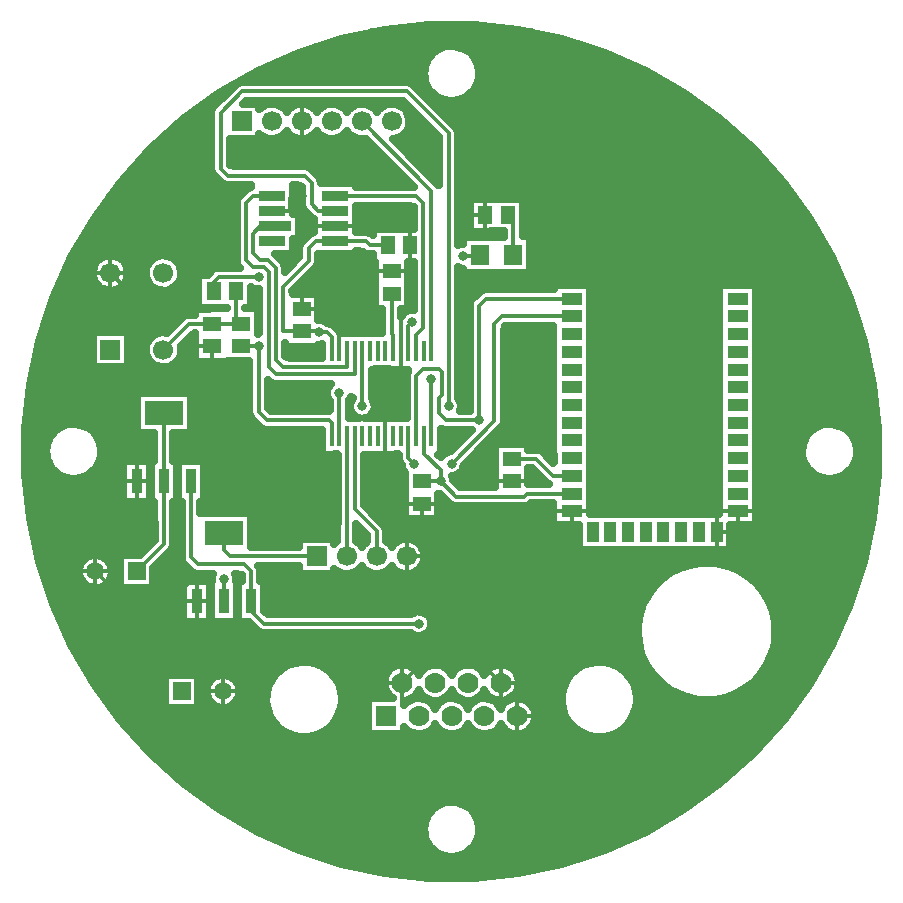
<source format=gtl>
G04 DipTrace 2.4.0.2*
%INlaunchcam.GTL*%
%MOIN*%
%ADD13C,0.0118*%
%ADD14C,0.025*%
%ADD15R,0.0512X0.0591*%
%ADD16R,0.0591X0.0512*%
%ADD17R,0.0591X0.0591*%
%ADD18C,0.0591*%
%ADD19R,0.0669X0.0669*%
%ADD20C,0.0669*%
%ADD22R,0.0886X0.0354*%
%ADD23R,0.1102X0.0354*%
%ADD24R,0.0709X0.0394*%
%ADD25R,0.0394X0.0709*%
%ADD27R,0.0374X0.0846*%
%ADD28R,0.128X0.0846*%
%ADD29C,0.07*%
%ADD30R,0.07X0.07*%
%ADD31R,0.0157X0.0709*%
%ADD32R,0.063X0.0709*%
%ADD33C,0.0315*%
%FSLAX44Y44*%
G04*
G70*
G90*
G75*
G01*
%LNTop*%
%LPD*%
X12607Y25993D2*
D13*
X12118D1*
X11877Y25752D1*
Y25111D1*
X12113Y24875D1*
X12369D1*
X12635Y24609D1*
Y21536D1*
X12871Y21300D1*
X15009D1*
Y21831D1*
X16997Y14997D2*
Y16749D1*
X16288Y17457D1*
Y18997D1*
X16997Y16749D2*
X17497D1*
X7119Y24442D2*
X8233Y23327D1*
Y21371D1*
X7997Y21135D1*
Y17497D1*
X16800Y21831D2*
Y23050D1*
X17121Y23371D1*
Y24495D1*
Y25371D1*
X8233Y21371D2*
X10246D1*
X10497Y21622D1*
Y21997D1*
X22497Y16497D2*
X27329D1*
Y15808D1*
X16497Y24495D2*
X15766D1*
X14516Y23245D1*
X14753Y23009D1*
Y21831D1*
X21264Y17497D2*
X20497D1*
X13497Y26505D2*
X12497D1*
X14607Y25993D2*
X13497D1*
Y26505D1*
X17121Y25371D2*
Y25873D1*
X17001Y25993D1*
X14607D1*
X17121Y24495D2*
X16497D1*
X16288Y18997D2*
Y19666D1*
X16800Y20178D1*
Y21831D1*
X27329Y16497D2*
X28027D1*
X21264D2*
X22497D1*
X17497Y16749D2*
X20568D1*
X20820Y16497D1*
X21264D1*
X16857Y10789D2*
X17384Y11316D1*
X19600D1*
X20127Y10789D1*
X10875Y11774D2*
X15297D1*
X16282Y10789D1*
X16857D1*
X9997Y13497D2*
Y12247D1*
X10470Y11774D1*
X10875D1*
X6619Y14497D2*
X7327Y13788D1*
X9417D1*
X9726Y14097D1*
X9997D1*
Y13497D1*
X7997Y17497D2*
Y16462D1*
X7761Y16226D1*
X6855D1*
X6619Y15989D1*
Y14497D1*
X14516Y23245D2*
X13497D1*
Y25997D2*
Y25993D1*
X14607Y26997D2*
X17318D1*
X17554Y26761D1*
Y22605D1*
X17312Y22363D1*
Y21831D1*
X15520Y20001D2*
Y21831D1*
X18394Y20001D2*
Y29099D1*
X16997Y30497D1*
X11516D1*
X10800Y29781D1*
Y27919D1*
X11036Y27683D1*
X13595D1*
X13831Y27447D1*
Y26725D1*
X14051Y26505D1*
X14607D1*
X14497Y21831D2*
Y22309D1*
X14345Y22461D1*
X14068D1*
X13997Y14997D2*
X11122D1*
X10902Y15216D1*
Y15780D1*
X17568Y18997D2*
Y18422D1*
X18127Y17863D1*
Y17497D1*
X17497D1*
X10902Y14255D2*
Y13497D1*
X12064Y24304D2*
X10741D1*
X10564Y24126D1*
Y23831D1*
X14607Y25501D2*
X15638D1*
X15768Y25371D1*
X16373D1*
X13497Y22497D2*
X12871D1*
Y23971D1*
X13733Y24833D1*
Y25264D1*
X13969Y25501D1*
X14607D1*
X14068Y22461D2*
X14032Y22497D1*
X13497D1*
X18127Y17497D2*
X18638Y16985D1*
X20918D1*
X21020Y17087D1*
X22497D1*
X11312Y23831D2*
Y22749D1*
X11489D1*
X10497Y22745D2*
X9753D1*
X8890Y21883D1*
X11489Y22749D2*
X10497Y22745D1*
X7997Y14497D2*
X8902Y15402D1*
Y17497D1*
Y19780D1*
X20497Y18245D2*
X21316D1*
X21883Y17678D1*
X22497D1*
X17407Y12752D2*
X12242D1*
X11808Y13186D1*
Y13497D1*
Y14497D1*
X11572Y14733D1*
X10044D1*
X9808Y14969D1*
Y17497D1*
X16544Y21831D2*
Y22363D1*
X16497Y22410D1*
Y23747D1*
X17056Y21831D2*
Y22681D1*
X17184Y22809D1*
X18872Y24997D2*
X19394D1*
X19446Y25048D1*
X20371Y26371D2*
X20548Y26194D1*
Y25048D1*
X15497Y29497D2*
X17823Y27170D1*
Y21831D1*
Y20913D2*
Y18997D1*
X14753Y20441D2*
Y18997D1*
X17312D2*
Y21011D1*
X17548Y21248D1*
X18058D1*
X18158Y21148D1*
Y20385D1*
X18060Y20286D1*
Y19764D1*
X18296Y19528D1*
X19410D1*
Y23347D1*
X19646Y23583D1*
X22497D1*
X14997Y14997D2*
Y15975D1*
X15009Y15987D1*
Y18997D1*
X12497Y26997D2*
X11877D1*
X11640Y26761D1*
Y24875D1*
X11877Y24638D1*
X12230D1*
X12398Y24470D1*
Y21300D1*
X12635Y21064D1*
X15264D1*
Y21831D1*
X17233Y18087D2*
X17056Y18264D1*
Y18997D1*
X18497Y18087D2*
X19921Y19512D1*
Y22757D1*
X20158Y22993D1*
X22497D1*
X15997Y14997D2*
Y15833D1*
X15264Y16566D1*
Y18997D1*
X11489Y22001D2*
X12060D1*
Y19809D1*
X12340Y19528D1*
X14403D1*
X14497Y19434D1*
Y18997D1*
D33*
X15997Y31497D3*
X14997D3*
X17497Y28497D3*
X17997Y27997D3*
X15497D3*
X13497Y28497D3*
X11997D3*
X13497Y26997D3*
Y25997D3*
X12997Y24997D3*
X13997Y28497D3*
X12997D3*
X21264Y17497D3*
Y16497D3*
X10875Y11774D3*
X13497Y26505D3*
X15520Y20001D3*
X18394D3*
X10902Y14255D3*
X18127Y17497D3*
X14068Y22461D3*
X12064Y24304D3*
X17407Y12752D3*
X17823Y20913D3*
X14753Y20441D3*
X19410Y19528D3*
X17233Y18087D3*
X18497D3*
X12060Y22001D3*
X17184Y22809D3*
X18872Y24997D3*
X15857Y32462D2*
D14*
X21135D1*
X14739Y32213D2*
X22252D1*
X13974Y31965D2*
X18189D1*
X18802D2*
X23018D1*
X13267Y31716D2*
X17803D1*
X19193D2*
X23728D1*
X12708Y31467D2*
X17639D1*
X19357D2*
X24287D1*
X12150Y31219D2*
X17568D1*
X19427D2*
X24846D1*
X11696Y30970D2*
X17568D1*
X19427D2*
X25295D1*
X17239Y30721D2*
X17639D1*
X19357D2*
X25725D1*
X10837Y30473D2*
X11025D1*
X17485D2*
X17803D1*
X19189D2*
X26158D1*
X10482Y30224D2*
X10775D1*
X17735D2*
X18197D1*
X18798D2*
X26514D1*
X10138Y29975D2*
X10529D1*
X12864D2*
X13131D1*
X13864D2*
X14131D1*
X14864D2*
X15131D1*
X15864D2*
X16131D1*
X16864D2*
X17053D1*
X17985D2*
X26853D1*
X9794Y29726D2*
X10463D1*
X17064D2*
X17303D1*
X18232D2*
X27197D1*
X9474Y29478D2*
X10463D1*
X17110D2*
X17549D1*
X18482D2*
X27518D1*
X9200Y29229D2*
X10463D1*
X17044D2*
X17799D1*
X18704D2*
X27795D1*
X8923Y28980D2*
X10463D1*
X12110D2*
X12193D1*
X12802D2*
X13189D1*
X13802D2*
X14189D1*
X14802D2*
X15189D1*
X16802D2*
X18045D1*
X18732D2*
X28072D1*
X8646Y28732D2*
X10463D1*
X11138D2*
X15795D1*
X16728D2*
X18057D1*
X18732D2*
X28346D1*
X8388Y28483D2*
X10463D1*
X11138D2*
X16045D1*
X16978D2*
X18057D1*
X18732D2*
X28607D1*
X8161Y28234D2*
X10463D1*
X11138D2*
X16291D1*
X17224D2*
X18057D1*
X18732D2*
X28830D1*
X7939Y27986D2*
X10463D1*
X13696D2*
X16541D1*
X17474D2*
X18057D1*
X18732D2*
X29057D1*
X7716Y27737D2*
X10521D1*
X14009D2*
X16791D1*
X17724D2*
X18057D1*
X18732D2*
X29279D1*
X7489Y27488D2*
X10764D1*
X14165D2*
X17037D1*
X17970D2*
X18056D1*
X18732D2*
X29502D1*
X7306Y27240D2*
X11654D1*
X13216D2*
X13494D1*
X18732D2*
X29689D1*
X7122Y26991D2*
X11404D1*
X13216D2*
X13494D1*
X18732D2*
X29869D1*
X6943Y26742D2*
X11303D1*
X13216D2*
X13494D1*
X18732D2*
X19088D1*
X20903D2*
X30049D1*
X6763Y26494D2*
X11303D1*
X13216D2*
X13596D1*
X15329D2*
X17217D1*
X18732D2*
X19088D1*
X20903D2*
X30232D1*
X6583Y26245D2*
X11303D1*
X13435D2*
X13853D1*
X15329D2*
X17217D1*
X18732D2*
X19088D1*
X20903D2*
X30412D1*
X6439Y25996D2*
X11303D1*
X13435D2*
X13885D1*
X15329D2*
X17217D1*
X18732D2*
X19088D1*
X20903D2*
X30557D1*
X6294Y25747D2*
X11303D1*
X13435D2*
X13752D1*
X18732D2*
X20213D1*
X20884D2*
X30697D1*
X6150Y25499D2*
X11303D1*
X13216D2*
X13502D1*
X18732D2*
X18854D1*
X21142D2*
X30842D1*
X6009Y25250D2*
X11303D1*
X13216D2*
X13396D1*
X21142D2*
X30986D1*
X5864Y25001D2*
X6916D1*
X7321D2*
X8685D1*
X9095D2*
X11303D1*
X12708D2*
X13396D1*
X14071D2*
X15838D1*
X21142D2*
X31131D1*
X5747Y24753D2*
X6596D1*
X7642D2*
X8365D1*
X9415D2*
X11330D1*
X12935D2*
X13185D1*
X14060D2*
X15924D1*
X17071D2*
X17217D1*
X21142D2*
X31244D1*
X5638Y24504D2*
X6510D1*
X7728D2*
X8279D1*
X9501D2*
X10475D1*
X13868D2*
X15924D1*
X17071D2*
X17217D1*
X18732D2*
X18854D1*
X21142D2*
X31357D1*
X5525Y24255D2*
X6537D1*
X7700D2*
X8307D1*
X9474D2*
X10029D1*
X13622D2*
X15924D1*
X17071D2*
X17217D1*
X18732D2*
X31467D1*
X5415Y24007D2*
X6697D1*
X7540D2*
X8471D1*
X9310D2*
X10029D1*
X13372D2*
X15924D1*
X17071D2*
X17217D1*
X18732D2*
X21865D1*
X23130D2*
X27396D1*
X28661D2*
X31576D1*
X5306Y23758D2*
X10029D1*
X11845D2*
X12060D1*
X13208D2*
X15924D1*
X17071D2*
X17217D1*
X18732D2*
X19353D1*
X23130D2*
X27396D1*
X28661D2*
X31689D1*
X5204Y23509D2*
X10029D1*
X11845D2*
X12060D1*
X14071D2*
X15924D1*
X17071D2*
X17217D1*
X18732D2*
X19119D1*
X23130D2*
X27396D1*
X28661D2*
X31787D1*
X5122Y23261D2*
X10975D1*
X11650D2*
X12060D1*
X14071D2*
X15924D1*
X17071D2*
X17217D1*
X18732D2*
X19072D1*
X23130D2*
X27396D1*
X28661D2*
X31869D1*
X5044Y23012D2*
X9568D1*
X14071D2*
X16158D1*
X18732D2*
X19072D1*
X23130D2*
X27396D1*
X28661D2*
X31951D1*
X4962Y22763D2*
X9307D1*
X14450D2*
X16158D1*
X18732D2*
X19072D1*
X23130D2*
X27396D1*
X28661D2*
X32029D1*
X4880Y22515D2*
X9057D1*
X14755D2*
X16158D1*
X18732D2*
X19072D1*
X20259D2*
X21865D1*
X23130D2*
X27396D1*
X28661D2*
X32111D1*
X4802Y22266D2*
X6506D1*
X7732D2*
X8420D1*
X9739D2*
X9924D1*
X18732D2*
X19072D1*
X20259D2*
X21865D1*
X23130D2*
X27396D1*
X28661D2*
X32193D1*
X4739Y22017D2*
X6506D1*
X7732D2*
X8295D1*
X9489D2*
X9924D1*
X18732D2*
X19072D1*
X20259D2*
X21865D1*
X23130D2*
X27396D1*
X28661D2*
X32256D1*
X4685Y21768D2*
X6506D1*
X7732D2*
X8287D1*
X9493D2*
X9924D1*
X12970D2*
X14139D1*
X18732D2*
X19072D1*
X20259D2*
X21865D1*
X23130D2*
X27396D1*
X28661D2*
X32307D1*
X4634Y21520D2*
X6506D1*
X7732D2*
X8404D1*
X9376D2*
X9924D1*
X18732D2*
X19072D1*
X20259D2*
X21865D1*
X23130D2*
X27396D1*
X28661D2*
X32361D1*
X4579Y21271D2*
X11725D1*
X18732D2*
X19072D1*
X20259D2*
X21865D1*
X23130D2*
X27396D1*
X28661D2*
X32412D1*
X4528Y21022D2*
X11725D1*
X15857D2*
X16975D1*
X18732D2*
X19072D1*
X20259D2*
X21865D1*
X23130D2*
X27396D1*
X28661D2*
X32467D1*
X4474Y20774D2*
X11725D1*
X12396D2*
X12495D1*
X15857D2*
X16975D1*
X18732D2*
X19072D1*
X20259D2*
X21865D1*
X23130D2*
X27396D1*
X28661D2*
X32518D1*
X4443Y20525D2*
X11725D1*
X12396D2*
X14326D1*
X15857D2*
X16975D1*
X18732D2*
X19072D1*
X20259D2*
X21865D1*
X23130D2*
X27396D1*
X28661D2*
X32553D1*
X4415Y20276D2*
X7986D1*
X9821D2*
X11725D1*
X12396D2*
X14350D1*
X15857D2*
X16975D1*
X18732D2*
X19072D1*
X20259D2*
X21865D1*
X23130D2*
X27396D1*
X28661D2*
X32576D1*
X4392Y20028D2*
X7986D1*
X9821D2*
X11725D1*
X12396D2*
X14416D1*
X15954D2*
X16975D1*
X18829D2*
X19072D1*
X20259D2*
X21865D1*
X23130D2*
X27396D1*
X28661D2*
X32603D1*
X4364Y19779D2*
X7986D1*
X9821D2*
X11725D1*
X15892D2*
X16975D1*
X20259D2*
X21865D1*
X23130D2*
X27396D1*
X28661D2*
X32631D1*
X4337Y19530D2*
X7986D1*
X9821D2*
X11873D1*
X20259D2*
X21865D1*
X23130D2*
X27396D1*
X28661D2*
X32654D1*
X4314Y19282D2*
X5404D1*
X6392D2*
X7986D1*
X9821D2*
X12123D1*
X20157D2*
X21865D1*
X23130D2*
X27396D1*
X28661D2*
X30603D1*
X31587D2*
X32682D1*
X4310Y19033D2*
X5135D1*
X6661D2*
X8564D1*
X9239D2*
X14139D1*
X18181D2*
X18975D1*
X19907D2*
X21865D1*
X23130D2*
X27396D1*
X28661D2*
X30330D1*
X31860D2*
X32685D1*
X4310Y18784D2*
X5006D1*
X6790D2*
X8564D1*
X9239D2*
X14139D1*
X18181D2*
X18728D1*
X19661D2*
X21865D1*
X23130D2*
X27396D1*
X28661D2*
X30201D1*
X31985D2*
X32685D1*
X4310Y18536D2*
X4959D1*
X6837D2*
X8564D1*
X9239D2*
X14139D1*
X18181D2*
X18478D1*
X19411D2*
X19924D1*
X21454D2*
X21865D1*
X23130D2*
X27396D1*
X28661D2*
X30158D1*
X32032D2*
X32685D1*
X4310Y18287D2*
X4982D1*
X6814D2*
X8564D1*
X9239D2*
X14670D1*
X15603D2*
X16721D1*
X19161D2*
X19924D1*
X21739D2*
X21862D1*
X23130D2*
X27396D1*
X28661D2*
X30182D1*
X32009D2*
X32685D1*
X4310Y18038D2*
X5084D1*
X6712D2*
X7533D1*
X10275D2*
X14670D1*
X15603D2*
X16799D1*
X18931D2*
X19924D1*
X23130D2*
X27396D1*
X28661D2*
X30279D1*
X31911D2*
X32685D1*
X4310Y17789D2*
X5295D1*
X6501D2*
X7533D1*
X10275D2*
X14670D1*
X15603D2*
X16924D1*
X18806D2*
X19924D1*
X21071D2*
X21307D1*
X23130D2*
X27396D1*
X28661D2*
X30490D1*
X31700D2*
X32685D1*
X4329Y17541D2*
X7533D1*
X10275D2*
X14670D1*
X15603D2*
X16924D1*
X18560D2*
X19924D1*
X21071D2*
X21553D1*
X23130D2*
X27396D1*
X28661D2*
X32662D1*
X4357Y17292D2*
X7533D1*
X10275D2*
X14670D1*
X15603D2*
X16924D1*
X23130D2*
X27396D1*
X28661D2*
X32639D1*
X4384Y17043D2*
X7533D1*
X10275D2*
X14670D1*
X15603D2*
X16924D1*
X23130D2*
X27396D1*
X28661D2*
X32611D1*
X4407Y16795D2*
X8564D1*
X9239D2*
X9471D1*
X10146D2*
X14670D1*
X15603D2*
X16924D1*
X18071D2*
X18361D1*
X23130D2*
X27396D1*
X28661D2*
X32584D1*
X4435Y16546D2*
X8564D1*
X9239D2*
X9471D1*
X10146D2*
X14670D1*
X15751D2*
X16924D1*
X18071D2*
X21865D1*
X23130D2*
X27396D1*
X28661D2*
X32560D1*
X4462Y16297D2*
X8564D1*
X9239D2*
X9471D1*
X11821D2*
X14670D1*
X15997D2*
X16924D1*
X18071D2*
X21865D1*
X28661D2*
X32533D1*
X4509Y16049D2*
X8564D1*
X9239D2*
X9471D1*
X11821D2*
X14670D1*
X16247D2*
X21865D1*
X28661D2*
X32482D1*
X4564Y15800D2*
X8564D1*
X9239D2*
X9471D1*
X11821D2*
X14658D1*
X15333D2*
X15564D1*
X16333D2*
X22721D1*
X27802D2*
X32432D1*
X4614Y15551D2*
X8564D1*
X9239D2*
X9471D1*
X11821D2*
X13385D1*
X15333D2*
X15658D1*
X16333D2*
X16779D1*
X17216D2*
X22721D1*
X27802D2*
X32377D1*
X4669Y15303D2*
X8338D1*
X9224D2*
X9471D1*
X17525D2*
X22721D1*
X27802D2*
X32326D1*
X4724Y15054D2*
X8088D1*
X9021D2*
X9471D1*
X17607D2*
X32271D1*
X4775Y14805D2*
X6139D1*
X7099D2*
X7424D1*
X8771D2*
X9518D1*
X17575D2*
X32217D1*
X4857Y14557D2*
X6049D1*
X7189D2*
X7424D1*
X8571D2*
X9756D1*
X12138D2*
X13385D1*
X15411D2*
X15584D1*
X16411D2*
X16584D1*
X17411D2*
X25967D1*
X28025D2*
X32139D1*
X4939Y14308D2*
X6080D1*
X7157D2*
X7424D1*
X8571D2*
X10471D1*
X11333D2*
X11469D1*
X12146D2*
X25568D1*
X28427D2*
X32057D1*
X5017Y14059D2*
X6264D1*
X6974D2*
X7424D1*
X8571D2*
X9533D1*
X12275D2*
X25295D1*
X28696D2*
X31975D1*
X5099Y13810D2*
X9533D1*
X12275D2*
X25096D1*
X28900D2*
X31896D1*
X5181Y13562D2*
X9533D1*
X12275D2*
X24943D1*
X29052D2*
X31814D1*
X5271Y13313D2*
X9533D1*
X12275D2*
X24830D1*
X29161D2*
X31725D1*
X5380Y13064D2*
X9533D1*
X12396D2*
X17115D1*
X17696D2*
X24752D1*
X29243D2*
X31611D1*
X5493Y12816D2*
X11713D1*
X17837D2*
X24701D1*
X29290D2*
X31502D1*
X5603Y12567D2*
X11959D1*
X17798D2*
X24682D1*
X29314D2*
X31393D1*
X5712Y12318D2*
X24685D1*
X29306D2*
X31279D1*
X5825Y12070D2*
X24721D1*
X29275D2*
X31170D1*
X5962Y11821D2*
X24783D1*
X29212D2*
X31029D1*
X6107Y11572D2*
X24877D1*
X29118D2*
X30889D1*
X6251Y11324D2*
X12932D1*
X14220D2*
X16553D1*
X17161D2*
X17643D1*
X18251D2*
X18732D1*
X19341D2*
X19822D1*
X20431D2*
X22771D1*
X24060D2*
X25002D1*
X28989D2*
X30744D1*
X6396Y11075D2*
X12623D1*
X14532D2*
X16303D1*
X20681D2*
X22463D1*
X24372D2*
X25174D1*
X28818D2*
X30600D1*
X6536Y10826D2*
X8924D1*
X10071D2*
X10412D1*
X11337D2*
X12443D1*
X14708D2*
X16228D1*
X20755D2*
X22287D1*
X24548D2*
X25404D1*
X28591D2*
X30455D1*
X6704Y10578D2*
X8924D1*
X10071D2*
X10307D1*
X11443D2*
X12342D1*
X14810D2*
X16268D1*
X20716D2*
X22182D1*
X24650D2*
X25721D1*
X28275D2*
X30287D1*
X6888Y10329D2*
X8924D1*
X10071D2*
X10326D1*
X11423D2*
X12299D1*
X14857D2*
X16443D1*
X17271D2*
X17533D1*
X18360D2*
X18623D1*
X19450D2*
X19713D1*
X20540D2*
X22139D1*
X24696D2*
X26228D1*
X27763D2*
X30107D1*
X7068Y10080D2*
X8924D1*
X10071D2*
X10494D1*
X11255D2*
X12303D1*
X14849D2*
X15689D1*
X17872D2*
X18029D1*
X18962D2*
X19122D1*
X20052D2*
X20209D1*
X21142D2*
X22143D1*
X24689D2*
X29928D1*
X7247Y9831D2*
X12357D1*
X14794D2*
X15689D1*
X21282D2*
X22197D1*
X24634D2*
X29744D1*
X7427Y9583D2*
X12475D1*
X14681D2*
X15689D1*
X21298D2*
X22314D1*
X24521D2*
X29564D1*
X7646Y9334D2*
X12670D1*
X14485D2*
X15689D1*
X21204D2*
X22510D1*
X24325D2*
X29350D1*
X7868Y9085D2*
X13029D1*
X14126D2*
X15689D1*
X16946D2*
X17228D1*
X17583D2*
X18322D1*
X18673D2*
X19412D1*
X19763D2*
X20502D1*
X20853D2*
X22869D1*
X23966D2*
X29123D1*
X8091Y8837D2*
X28900D1*
X8318Y8588D2*
X28678D1*
X8560Y8339D2*
X28432D1*
X8837Y8091D2*
X28158D1*
X9110Y7842D2*
X27881D1*
X9388Y7593D2*
X27603D1*
X9689Y7345D2*
X27303D1*
X10032Y7096D2*
X26963D1*
X10372Y6847D2*
X26619D1*
X10716Y6598D2*
X17885D1*
X19110D2*
X26279D1*
X11134Y6350D2*
X17678D1*
X19318D2*
X25861D1*
X11564Y6101D2*
X17580D1*
X19411D2*
X25432D1*
X11993Y5852D2*
X17560D1*
X19435D2*
X24998D1*
X12532Y5604D2*
X17607D1*
X19388D2*
X24459D1*
X13091Y5355D2*
X17736D1*
X19255D2*
X23900D1*
X13735Y5106D2*
X18018D1*
X18978D2*
X23260D1*
X14501Y4858D2*
X22494D1*
X15493Y4609D2*
X21502D1*
X17036Y4360D2*
X19955D1*
X15989Y25919D2*
X16882Y25915D1*
X16962Y25919D1*
X17242D1*
Y26632D1*
X17068Y26685D1*
X15306D1*
X15303Y26566D1*
Y26074D1*
Y25813D1*
X15638D1*
X15760Y25788D1*
X15862Y25719D1*
X15864Y25919D1*
X15989D1*
X15948Y24822D2*
X15864D1*
Y25061D1*
X15769Y25059D1*
X15650Y25082D1*
X15548Y25150D1*
X15388Y25188D1*
X15306D1*
X15303Y25070D1*
X14041D1*
X14045Y24833D1*
X14020Y24712D1*
X13954Y24613D1*
X13183Y23842D1*
X13198Y23754D1*
X14045D1*
Y22869D1*
X14132Y22867D1*
X14251Y22829D1*
X14330Y22772D1*
X14466Y22749D1*
X14565Y22682D1*
X14729Y22516D1*
X14790Y22439D1*
X14829Y22435D1*
X14846Y22439D1*
X15596Y22435D1*
X15694Y22439D1*
X16108Y22435D1*
X16187Y22439D1*
X16185Y23234D1*
X15948Y23238D1*
X15952Y24256D1*
X15948Y24336D1*
Y24822D1*
X17241D2*
X17045D1*
Y23238D1*
X16807D1*
X16809Y22977D1*
X16903Y23108D1*
X17006Y23179D1*
X17125Y23215D1*
X17245D1*
X17242Y23605D1*
Y24820D1*
X11045Y21492D2*
X10995Y21488D1*
X9948D1*
Y22435D1*
X9797Y22347D1*
X9462Y22013D1*
X9478Y21883D1*
X9465Y21758D1*
X9426Y21640D1*
X9363Y21532D1*
X9278Y21441D1*
X9176Y21369D1*
X9061Y21320D1*
X8939Y21297D1*
X8814Y21300D1*
X8693Y21329D1*
X8580Y21383D1*
X8482Y21460D1*
X8402Y21556D1*
X8344Y21666D1*
X8311Y21786D1*
X8303Y21911D1*
X8323Y22034D1*
X8367Y22151D1*
X8436Y22255D1*
X8525Y22343D1*
X8630Y22409D1*
X8747Y22453D1*
X8871Y22470D1*
X9021Y22453D1*
X9532Y22965D1*
X9635Y23034D1*
X9753Y23057D1*
X9952D1*
X9948Y23254D1*
X10999Y23258D1*
X10948Y23283D1*
X10055D1*
Y24380D1*
X10379D1*
X10521Y24525D1*
X10624Y24593D1*
X10741Y24616D1*
X11456D1*
X11420Y24654D1*
X11351Y24757D1*
X11328Y24875D1*
Y26761D1*
X11353Y26882D1*
X11420Y26981D1*
X11656Y27217D1*
X11776Y27292D1*
X11801Y27316D1*
Y27368D1*
X11036Y27371D1*
X10914Y27396D1*
X10815Y27463D1*
X10579Y27699D1*
X10511Y27802D1*
X10488Y27919D1*
Y29781D1*
X10512Y29902D1*
X10579Y30001D1*
X11295Y30717D1*
X11399Y30786D1*
X11516Y30809D1*
X16997D1*
X17118Y30784D1*
X17217Y30717D1*
X18615Y29320D1*
X18684Y29216D1*
X18707Y29099D1*
Y25369D1*
X18812Y25403D1*
X18878D1*
X18877Y25655D1*
X20014Y25651D1*
X20105Y25655D1*
X20234D1*
X20236Y25825D1*
X19257Y25822D1*
X19114D1*
Y26919D1*
X20880D1*
Y25822D1*
X20860Y25819D1*
Y25658D1*
X21116Y25655D1*
Y24440D1*
X19980Y24444D1*
X19889Y24440D1*
X18877D1*
Y24585D1*
X18768Y24600D1*
X18707Y24626D1*
Y20267D1*
X18755Y20197D1*
X18797Y20080D1*
X18805Y20001D1*
X18786Y19878D1*
X18767Y19839D1*
X19097Y19840D1*
Y23347D1*
X19122Y23469D1*
X19189Y23568D1*
X19425Y23804D1*
X19529Y23873D1*
X19646Y23896D1*
X21892D1*
X21889Y24033D1*
X23104D1*
X23100Y23133D1*
X23104Y23193D1*
X23100Y22543D1*
X23104Y22602D1*
X23100Y21952D1*
X23104Y22012D1*
X23100Y21362D1*
X23104Y21421D1*
X23100Y20771D1*
X23104Y20831D1*
X23100Y20181D1*
X23104Y20240D1*
X23100Y19590D1*
X23104Y19649D1*
X23100Y19000D1*
X23104Y19059D1*
X23100Y18409D1*
X23104Y18468D1*
X23100Y17818D1*
X23104Y17878D1*
X23100Y17228D1*
X23104Y17287D1*
X23100Y16637D1*
X23104Y16622D1*
Y16415D1*
X23645Y16411D1*
X23586Y16415D1*
X24236Y16411D1*
X24176Y16415D1*
X24826Y16411D1*
X24767Y16415D1*
X25417Y16411D1*
X25357Y16415D1*
X26007Y16411D1*
X25948Y16415D1*
X26598Y16411D1*
X26538Y16415D1*
X27188Y16411D1*
X27204Y16415D1*
X27420D1*
Y17537D1*
Y18128D1*
Y18718D1*
Y19309D1*
Y19899D1*
Y20490D1*
Y21081D1*
Y21671D1*
Y22262D1*
Y22852D1*
Y23443D1*
Y24033D1*
X28635D1*
X28631Y23133D1*
X28635Y23193D1*
X28631Y22543D1*
X28635Y22602D1*
X28631Y21952D1*
X28635Y22012D1*
X28631Y21362D1*
X28635Y21421D1*
X28631Y20771D1*
X28635Y20831D1*
X28631Y20181D1*
X28635Y20240D1*
X28631Y19590D1*
X28635Y19649D1*
X28631Y19000D1*
X28635Y19059D1*
X28631Y18409D1*
X28635Y18468D1*
X28631Y17818D1*
X28635Y17878D1*
X28631Y17228D1*
X28635Y17287D1*
X28631Y16637D1*
X28635Y16622D1*
Y16047D1*
X27779D1*
Y15200D1*
X26288Y15204D1*
X26348Y15200D1*
X25698Y15204D1*
X25757Y15200D1*
X25107Y15204D1*
X25167Y15200D1*
X24517Y15204D1*
X24576Y15200D1*
X23926Y15204D1*
X23986Y15200D1*
X23336Y15204D1*
X23395Y15200D1*
X22745D1*
Y16048D1*
X21889Y16047D1*
Y16774D1*
X21149Y16775D1*
X21061Y16707D1*
X20967Y16677D1*
X20543Y16673D1*
X18638D1*
X18517Y16697D1*
X18418Y16764D1*
X18095Y17087D1*
X18045Y17083D1*
Y16240D1*
X16948D1*
Y17788D1*
X16855Y17927D1*
X16825Y18051D1*
X16766Y18147D1*
X16744Y18264D1*
Y18386D1*
X16724Y18393D1*
X16468Y18389D1*
X15573D1*
X15577Y17997D1*
Y16696D1*
X16217Y16054D1*
X16286Y15951D1*
X16309Y15833D1*
Y15494D1*
X16425Y15399D1*
X16498Y15308D1*
X16575Y15407D1*
X16671Y15486D1*
X16782Y15544D1*
X16902Y15577D1*
X17027Y15584D1*
X17150Y15564D1*
X17266Y15519D1*
X17371Y15450D1*
X17458Y15361D1*
X17524Y15256D1*
X17567Y15138D1*
X17584Y15015D1*
X17576Y14897D1*
X17542Y14777D1*
X17483Y14667D1*
X17403Y14572D1*
X17304Y14496D1*
X17191Y14442D1*
X17070Y14414D1*
X16945Y14411D1*
X16823Y14435D1*
X16708Y14485D1*
X16606Y14557D1*
X16523Y14649D1*
X16497Y14688D1*
X16384Y14555D1*
X16282Y14483D1*
X16167Y14434D1*
X16045Y14411D1*
X15920Y14414D1*
X15799Y14443D1*
X15687Y14497D1*
X15588Y14574D1*
X15499Y14687D1*
X15384Y14555D1*
X15282Y14483D1*
X15167Y14434D1*
X15045Y14411D1*
X14920Y14414D1*
X14799Y14443D1*
X14687Y14497D1*
X14586Y14577D1*
X14584Y14409D1*
X13409D1*
Y14686D1*
X12055Y14685D1*
X12097Y14614D1*
X12120Y14497D1*
Y14173D1*
X12248D1*
Y13185D1*
X12374Y13061D1*
X14242Y13064D1*
X17136D1*
X17228Y13121D1*
X17347Y13158D1*
X17472Y13157D1*
X17590Y13119D1*
X17692Y13047D1*
X17767Y12948D1*
X17810Y12831D1*
X17817Y12752D1*
X17798Y12629D1*
X17743Y12517D1*
X17658Y12427D1*
X17549Y12366D1*
X17427Y12342D1*
X17303Y12354D1*
X17188Y12404D1*
X17144Y12442D1*
X15157Y12439D1*
X12242D1*
X12120Y12464D1*
X12021Y12531D1*
X11731Y12821D1*
X11368Y12820D1*
Y14173D1*
X11497D1*
X11496Y14368D1*
X11322Y14421D1*
X11279D1*
X11305Y14334D1*
X11313Y14255D1*
X11300Y14174D1*
X11342Y14173D1*
Y12820D1*
X10462D1*
Y14173D1*
X10497D1*
X10500Y14339D1*
X10532Y14423D1*
X10044Y14421D1*
X9922Y14445D1*
X9823Y14512D1*
X9587Y14748D1*
X9518Y14852D1*
X9496Y14969D1*
Y16817D1*
X9368Y16820D1*
Y18173D1*
X10248D1*
Y16820D1*
X10119D1*
X10120Y16454D1*
X10759Y16457D1*
X11795D1*
Y15312D1*
X12747Y15309D1*
X13407D1*
X13409Y15584D1*
X14584D1*
Y15417D1*
X14687Y15492D1*
X14685Y15990D1*
X14696Y16112D1*
Y18389D1*
X14677Y18393D1*
X14421Y18389D1*
X14165D1*
Y19214D1*
X13403Y19216D1*
X12340D1*
X12219Y19241D1*
X12119Y19307D1*
X11839Y19588D1*
X11770Y19692D1*
X11748Y19809D1*
Y21492D1*
X11041D1*
X14045Y22049D2*
Y21988D1*
X12948D1*
X12947Y22109D1*
Y21668D1*
X13121Y21612D1*
X14164D1*
X14165Y22064D1*
X14088Y22051D1*
X14045Y22056D1*
X9073Y11045D2*
X10045D1*
Y9948D1*
X8948D1*
Y11045D1*
X9073D1*
X11422Y10472D2*
X11403Y10349D1*
X11356Y10233D1*
X11284Y10131D1*
X11190Y10048D1*
X11081Y9989D1*
X10961Y9955D1*
X10836Y9950D1*
X10713Y9973D1*
X10599Y10023D1*
X10499Y10097D1*
X10419Y10192D1*
X10362Y10303D1*
X10331Y10424D1*
X10329Y10549D1*
X10355Y10671D1*
X10407Y10784D1*
X10484Y10882D1*
X10582Y10960D1*
X10694Y11014D1*
X10816Y11042D1*
X10940Y11041D1*
X11062Y11012D1*
X11173Y10957D1*
X11270Y10877D1*
X11345Y10778D1*
X11397Y10665D1*
X11421Y10542D1*
X11422Y10472D1*
X11546Y30084D2*
X12084D1*
Y29917D1*
X12236Y30024D1*
X12353Y30067D1*
X12477Y30084D1*
X12601Y30075D1*
X12721Y30040D1*
X12831Y29980D1*
X12925Y29899D1*
X12998Y29808D1*
X13075Y29907D1*
X13171Y29986D1*
X13282Y30044D1*
X13402Y30077D1*
X13527Y30084D1*
X13650Y30064D1*
X13766Y30019D1*
X13871Y29950D1*
X13958Y29861D1*
X13997Y29805D1*
X14042Y29869D1*
X14131Y29957D1*
X14236Y30024D1*
X14353Y30067D1*
X14477Y30084D1*
X14601Y30075D1*
X14721Y30040D1*
X14831Y29980D1*
X14925Y29899D1*
X14998Y29803D1*
X15042Y29869D1*
X15131Y29957D1*
X15236Y30024D1*
X15353Y30067D1*
X15477Y30084D1*
X15601Y30075D1*
X15721Y30040D1*
X15831Y29980D1*
X15925Y29899D1*
X15998Y29803D1*
X16042Y29869D1*
X16131Y29957D1*
X16236Y30024D1*
X16353Y30067D1*
X16477Y30084D1*
X16601Y30075D1*
X16721Y30040D1*
X16831Y29980D1*
X16925Y29899D1*
X17001Y29799D1*
X17053Y29686D1*
X17081Y29565D1*
X17084Y29497D1*
X17071Y29373D1*
X17032Y29254D1*
X16969Y29147D1*
X16884Y29055D1*
X16782Y28983D1*
X16667Y28934D1*
X16525Y28911D1*
X18056Y27377D1*
X18082Y27376D1*
Y28973D1*
X16867Y30185D1*
X11641D1*
X11546Y30085D1*
X12084Y29081D2*
Y28909D1*
X11112Y28906D1*
Y28050D1*
X11286Y27995D1*
X13595D1*
X13717Y27971D1*
X13816Y27904D1*
X14052Y27668D1*
X14121Y27564D1*
X14144Y27447D1*
Y27427D1*
X15303D1*
Y27306D1*
X16107Y27309D1*
X17245D1*
X15628Y28924D1*
X15545Y28911D1*
X15420Y28914D1*
X15299Y28943D1*
X15187Y28997D1*
X15088Y29074D1*
X14999Y29187D1*
X14884Y29055D1*
X14782Y28983D1*
X14667Y28934D1*
X14545Y28911D1*
X14420Y28914D1*
X14299Y28943D1*
X14187Y28997D1*
X14088Y29074D1*
X13999Y29187D1*
X13903Y29072D1*
X13804Y28996D1*
X13691Y28942D1*
X13570Y28914D1*
X13445Y28911D1*
X13323Y28935D1*
X13208Y28985D1*
X13106Y29057D1*
X13023Y29149D1*
X12997Y29188D1*
X12884Y29055D1*
X12782Y28983D1*
X12667Y28934D1*
X12545Y28911D1*
X12420Y28914D1*
X12299Y28943D1*
X12187Y28997D1*
X12086Y29077D1*
X15307Y15493D2*
X15425Y15399D1*
X15498Y15303D1*
X15542Y15369D1*
X15631Y15457D1*
X15685Y15497D1*
Y15704D1*
X15320Y16068D1*
X15319Y15969D1*
X15309Y15725D1*
Y15495D1*
X11624Y23258D2*
X12037D1*
Y22410D1*
X12086Y22425D1*
X12084Y23894D1*
X11960Y23907D1*
X11845Y23956D1*
X11819Y23979D1*
X11821Y23283D1*
X11621D1*
X21045Y17933D2*
Y17399D1*
X21743D1*
X21662Y17457D1*
X21184Y17935D1*
X21046Y17933D1*
X21041Y17736D1*
X19948Y17296D2*
Y18754D1*
X21045D1*
Y18555D1*
X21316Y18557D1*
X21437Y18532D1*
X21536Y18465D1*
X21887Y18115D1*
X21893Y18128D1*
X21889Y18718D1*
Y19309D1*
Y19899D1*
Y20490D1*
Y21081D1*
Y21671D1*
Y22262D1*
Y22680D1*
X20290Y22681D1*
X20234Y22507D1*
Y19512D1*
X20209Y19390D1*
X20142Y19291D1*
X18907Y18057D1*
X18888Y17964D1*
X18834Y17852D1*
X18748Y17762D1*
X18639Y17702D1*
X18497Y17679D1*
X18530Y17576D1*
X18534Y17529D1*
X18770Y17295D1*
X19947Y17297D1*
X6656Y22470D2*
X7707D1*
Y21295D1*
X6531D1*
Y22470D1*
X6656D1*
X9465Y24318D2*
X9426Y24199D1*
X9363Y24092D1*
X9278Y24000D1*
X9176Y23928D1*
X9061Y23879D1*
X8939Y23856D1*
X8814Y23859D1*
X8693Y23888D1*
X8580Y23942D1*
X8482Y24019D1*
X8402Y24115D1*
X8344Y24225D1*
X8311Y24346D1*
X8303Y24470D1*
X8323Y24593D1*
X8367Y24710D1*
X8436Y24814D1*
X8525Y24902D1*
X8630Y24969D1*
X8747Y25012D1*
X8871Y25029D1*
X8995Y25020D1*
X9115Y24985D1*
X9224Y24925D1*
X9319Y24844D1*
X9394Y24744D1*
X9447Y24631D1*
X9474Y24509D1*
X9478Y24442D1*
X9465Y24318D1*
X7706Y24417D2*
X7687Y24293D1*
X7643Y24177D1*
X7576Y24072D1*
X7487Y23984D1*
X7382Y23916D1*
X7265Y23872D1*
X7142Y23854D1*
X7018Y23863D1*
X6898Y23897D1*
X6788Y23956D1*
X6693Y24037D1*
X6617Y24136D1*
X6564Y24249D1*
X6535Y24370D1*
X6533Y24495D1*
X6558Y24617D1*
X6608Y24732D1*
X6680Y24833D1*
X6773Y24917D1*
X6881Y24979D1*
X7000Y25017D1*
X7124Y25029D1*
X7248Y25015D1*
X7366Y24975D1*
X7473Y24911D1*
X7564Y24825D1*
X7635Y24723D1*
X7683Y24607D1*
X7705Y24485D1*
X7706Y24417D1*
X13193Y27368D2*
X13189Y26566D1*
X13193Y26485D1*
Y26423D1*
X13411D1*
Y25563D1*
X13196D1*
X13193Y25306D1*
Y25070D1*
X12611D1*
X12855Y24830D1*
X12924Y24726D1*
X12947Y24609D1*
Y24488D1*
X13421Y24963D1*
Y25264D1*
X13445Y25386D1*
X13512Y25485D1*
X13748Y25721D1*
X13869Y25796D1*
X13911Y25813D1*
Y26227D1*
X13831Y26284D1*
X13611Y26504D1*
X13542Y26607D1*
X13519Y26725D1*
Y27314D1*
X13345Y27371D1*
X13193D1*
X9582Y14173D2*
X10437D1*
Y12820D1*
X9557D1*
Y14173D1*
X9582D1*
X20729Y10764D2*
X20711Y10641D1*
X20668Y10523D1*
X20602Y10418D1*
X20515Y10328D1*
X20412Y10258D1*
X20297Y10210D1*
X20174Y10188D1*
X20049Y10191D1*
X19928Y10220D1*
X19815Y10273D1*
X19715Y10348D1*
X19633Y10442D1*
X19582Y10530D1*
X19527Y10438D1*
X19444Y10344D1*
X19344Y10270D1*
X19231Y10218D1*
X19109Y10190D1*
X18984Y10188D1*
X18862Y10212D1*
X18747Y10260D1*
X18644Y10331D1*
X18558Y10422D1*
X18492Y10532D1*
X18437Y10438D1*
X18354Y10344D1*
X18254Y10270D1*
X18141Y10218D1*
X18019Y10190D1*
X17894Y10188D1*
X17772Y10212D1*
X17657Y10260D1*
X17554Y10331D1*
X17468Y10422D1*
X17402Y10532D1*
X17347Y10438D1*
X17264Y10344D1*
X17164Y10270D1*
X17051Y10218D1*
X16920Y10189D1*
Y10026D1*
X16985Y10100D1*
X17083Y10178D1*
X17194Y10233D1*
X17315Y10265D1*
X17440Y10271D1*
X17563Y10252D1*
X17679Y10207D1*
X17784Y10139D1*
X17873Y10052D1*
X17952Y9922D1*
X17995Y10004D1*
X18075Y10100D1*
X18173Y10178D1*
X18284Y10233D1*
X18405Y10265D1*
X18530Y10271D1*
X18653Y10252D1*
X18769Y10207D1*
X18874Y10139D1*
X18963Y10052D1*
X19042Y9922D1*
X19085Y10004D1*
X19165Y10100D1*
X19263Y10178D1*
X19374Y10233D1*
X19495Y10265D1*
X19620Y10271D1*
X19743Y10252D1*
X19859Y10207D1*
X19964Y10139D1*
X20053Y10052D1*
X20132Y9922D1*
X20175Y10004D1*
X20255Y10100D1*
X20353Y10178D1*
X20464Y10233D1*
X20585Y10265D1*
X20710Y10271D1*
X20833Y10252D1*
X20949Y10207D1*
X21054Y10139D1*
X21143Y10052D1*
X21212Y9948D1*
X21258Y9831D1*
X21279Y9708D1*
X21275Y9594D1*
X21247Y9473D1*
X21194Y9360D1*
X21120Y9260D1*
X21026Y9177D1*
X20917Y9116D1*
X20798Y9078D1*
X20674Y9066D1*
X20550Y9079D1*
X20431Y9118D1*
X20323Y9180D1*
X20230Y9264D1*
X20156Y9364D1*
X20132Y9410D1*
X20077Y9318D1*
X19994Y9224D1*
X19894Y9150D1*
X19781Y9098D1*
X19659Y9070D1*
X19534Y9068D1*
X19412Y9092D1*
X19297Y9140D1*
X19194Y9211D1*
X19108Y9302D1*
X19042Y9412D1*
X18987Y9318D1*
X18904Y9224D1*
X18804Y9150D1*
X18691Y9098D1*
X18569Y9070D1*
X18444Y9068D1*
X18322Y9092D1*
X18207Y9140D1*
X18104Y9211D1*
X18018Y9302D1*
X17952Y9412D1*
X17897Y9318D1*
X17814Y9224D1*
X17714Y9150D1*
X17601Y9098D1*
X17479Y9070D1*
X17354Y9068D1*
X17232Y9092D1*
X17117Y9140D1*
X17014Y9211D1*
X16918Y9319D1*
X16920Y9066D1*
X15714D1*
Y10272D1*
X16545Y10273D1*
X16445Y10348D1*
X16363Y10442D1*
X16303Y10551D1*
X16265Y10670D1*
X16254Y10794D1*
X16268Y10918D1*
X16307Y11037D1*
X16370Y11145D1*
X16453Y11237D1*
X16554Y11311D1*
X16668Y11362D1*
X16790Y11388D1*
X16915Y11389D1*
X17037Y11365D1*
X17151Y11315D1*
X17253Y11243D1*
X17338Y11152D1*
X17402Y11047D1*
X17445Y11124D1*
X17525Y11220D1*
X17623Y11298D1*
X17734Y11353D1*
X17855Y11385D1*
X17980Y11391D1*
X18103Y11372D1*
X18219Y11327D1*
X18324Y11259D1*
X18413Y11172D1*
X18492Y11042D1*
X18535Y11124D1*
X18615Y11220D1*
X18713Y11298D1*
X18824Y11353D1*
X18945Y11385D1*
X19070Y11391D1*
X19193Y11372D1*
X19309Y11327D1*
X19414Y11259D1*
X19503Y11172D1*
X19582Y11042D1*
X19625Y11124D1*
X19705Y11220D1*
X19803Y11298D1*
X19914Y11353D1*
X20035Y11385D1*
X20160Y11391D1*
X20283Y11372D1*
X20399Y11327D1*
X20504Y11259D1*
X20593Y11172D1*
X20662Y11067D1*
X20708Y10951D1*
X20729Y10828D1*
Y10764D1*
X14828Y10104D2*
X14779Y9860D1*
X14682Y9629D1*
X14542Y9423D1*
X14364Y9248D1*
X14155Y9112D1*
X13923Y9020D1*
X13677Y8975D1*
X13427Y8980D1*
X13184Y9034D1*
X12956Y9136D1*
X12752Y9280D1*
X12581Y9461D1*
X12449Y9673D1*
X12361Y9907D1*
X12322Y10153D1*
X12331Y10403D1*
X12390Y10645D1*
X12496Y10871D1*
X12644Y11072D1*
X12829Y11240D1*
X13043Y11368D1*
X13279Y11451D1*
X13526Y11486D1*
X13775Y11471D1*
X14016Y11407D1*
X14240Y11297D1*
X14438Y11145D1*
X14602Y10957D1*
X14726Y10740D1*
X14804Y10503D1*
X14834Y10255D1*
X14828Y10104D1*
X24668D2*
X24619Y9860D1*
X24522Y9629D1*
X24382Y9423D1*
X24204Y9248D1*
X23994Y9112D1*
X23763Y9020D1*
X23517Y8975D1*
X23267Y8980D1*
X23024Y9034D1*
X22796Y9136D1*
X22592Y9280D1*
X22421Y9461D1*
X22289Y9673D1*
X22201Y9907D1*
X22161Y10153D1*
X22171Y10403D1*
X22230Y10645D1*
X22336Y10871D1*
X22484Y11072D1*
X22669Y11240D1*
X22883Y11368D1*
X23118Y11451D1*
X23366Y11486D1*
X23615Y11471D1*
X23856Y11407D1*
X24080Y11297D1*
X24278Y11145D1*
X24442Y10957D1*
X24566Y10740D1*
X24644Y10503D1*
X24674Y10255D1*
X24668Y10104D1*
X7582Y18173D2*
X8437D1*
Y16820D1*
X7557D1*
Y18173D1*
X7582D1*
X8587D2*
X8590Y18372D1*
Y19102D1*
X8009Y19104D1*
Y20457D1*
X9795D1*
Y19104D1*
X9213D1*
X9214Y18175D1*
X9342Y18173D1*
Y16820D1*
X9213D1*
X9214Y15402D1*
X9190Y15281D1*
X9123Y15182D1*
X8546Y14604D1*
X8545Y13948D1*
X7448D1*
Y15045D1*
X8101D1*
X8591Y15532D1*
X8590Y16820D1*
X8462D1*
Y18173D1*
X8587D1*
X7167Y14472D2*
X7147Y14349D1*
X7100Y14233D1*
X7028Y14131D1*
X6934Y14048D1*
X6825Y13989D1*
X6705Y13955D1*
X6580Y13950D1*
X6458Y13973D1*
X6343Y14023D1*
X6243Y14097D1*
X6163Y14192D1*
X6106Y14303D1*
X6075Y14424D1*
X6073Y14549D1*
X6099Y14671D1*
X6152Y14784D1*
X6229Y14882D1*
X6326Y14960D1*
X6438Y15014D1*
X6560Y15042D1*
X6684Y15041D1*
X6806Y15012D1*
X6917Y14957D1*
X7014Y14877D1*
X7089Y14778D1*
X7141Y14665D1*
X7165Y14542D1*
X7167Y14472D1*
X15064Y19604D2*
X15084Y19600D1*
X15340Y19604D1*
X15413D1*
X15302Y19653D1*
X15208Y19734D1*
X15142Y19840D1*
X15112Y19961D1*
X15119Y20085D1*
X15162Y20202D1*
X15208Y20260D1*
X15144Y20317D1*
X15089Y20206D1*
X15065Y20180D1*
Y19601D1*
X15188D1*
X15313Y19604D1*
X15630D2*
X15852Y19600D1*
X15950Y19604D1*
X16364Y19600D1*
X16381Y19604D1*
X17003D1*
X17000Y19997D1*
Y21011D1*
X17032Y21149D1*
Y21224D1*
X15956Y21228D1*
X15831Y21224D1*
X15833Y20265D1*
X15881Y20197D1*
X15923Y20080D1*
X15931Y20001D1*
X15912Y19878D1*
X15857Y19766D1*
X15771Y19676D1*
X15662Y19615D1*
X15605Y19604D1*
X16108Y19600D1*
X16156Y19604D1*
X16876Y19600D1*
X17001Y19604D1*
X16999D1*
X18155Y19249D2*
Y18389D1*
X18042D1*
X18139Y18292D1*
X18215Y18386D1*
X18318Y18457D1*
X18437Y18494D1*
X18464Y18493D1*
X19168Y19200D1*
X19035Y19216D1*
X18296D1*
X18158Y19249D1*
X19402Y5774D2*
X19376Y5651D1*
X19335Y5534D1*
X19277Y5423D1*
X19205Y5321D1*
X19120Y5230D1*
X19023Y5151D1*
X18916Y5086D1*
X18801Y5037D1*
X18681Y5003D1*
X18557Y4987D1*
X18432D1*
X18308Y5004D1*
X18188Y5038D1*
X18074Y5088D1*
X17967Y5154D1*
X17871Y5233D1*
X17786Y5324D1*
X17714Y5427D1*
X17657Y5538D1*
X17616Y5656D1*
X17591Y5778D1*
X17583Y5903D1*
X17592Y6027D1*
X17618Y6150D1*
X17661Y6267D1*
X17719Y6378D1*
X17791Y6479D1*
X17877Y6570D1*
X17975Y6648D1*
X18082Y6712D1*
X18197Y6761D1*
X18317Y6794D1*
X18441Y6810D1*
X18566Y6809D1*
X18689Y6791D1*
X18809Y6757D1*
X18924Y6706D1*
X19030Y6640D1*
X19126Y6561D1*
X19211Y6469D1*
X19282Y6366D1*
X19338Y6255D1*
X19379Y6137D1*
X19403Y6014D1*
X19410Y5898D1*
X19402Y5774D1*
X6803Y18372D2*
X6778Y18250D1*
X6736Y18132D1*
X6679Y18021D1*
X6606Y17919D1*
X6521Y17828D1*
X6424Y17749D1*
X6317Y17685D1*
X6203Y17635D1*
X6082Y17602D1*
X5959Y17585D1*
X5834D1*
X5710Y17603D1*
X5590Y17637D1*
X5475Y17687D1*
X5369Y17752D1*
X5272Y17831D1*
X5187Y17923D1*
X5116Y18025D1*
X5059Y18136D1*
X5017Y18254D1*
X4993Y18377D1*
X4985Y18501D1*
X4994Y18626D1*
X5020Y18748D1*
X5062Y18865D1*
X5120Y18976D1*
X5193Y19078D1*
X5279Y19168D1*
X5376Y19247D1*
X5483Y19311D1*
X5598Y19360D1*
X5719Y19393D1*
X5843Y19409D1*
X5967Y19408D1*
X6091Y19390D1*
X6211Y19355D1*
X6325Y19305D1*
X6431Y19239D1*
X6528Y19159D1*
X6612Y19067D1*
X6683Y18964D1*
X6740Y18853D1*
X6780Y18735D1*
X6805Y18612D1*
X6812Y18497D1*
X6803Y18372D1*
X19402Y30971D2*
X19376Y30848D1*
X19335Y30731D1*
X19277Y30620D1*
X19205Y30518D1*
X19120Y30427D1*
X19023Y30348D1*
X18916Y30283D1*
X18801Y30234D1*
X18681Y30200D1*
X18557Y30183D1*
X18432Y30184D1*
X18308Y30201D1*
X18188Y30235D1*
X18074Y30285D1*
X17967Y30350D1*
X17871Y30430D1*
X17786Y30521D1*
X17714Y30624D1*
X17657Y30735D1*
X17616Y30853D1*
X17591Y30975D1*
X17583Y31100D1*
X17592Y31224D1*
X17618Y31346D1*
X17661Y31464D1*
X17719Y31574D1*
X17791Y31676D1*
X17877Y31767D1*
X17975Y31845D1*
X18082Y31909D1*
X18197Y31958D1*
X18317Y31991D1*
X18441Y32007D1*
X18566Y32006D1*
X18689Y31988D1*
X18809Y31954D1*
X18924Y31903D1*
X19030Y31837D1*
X19126Y31758D1*
X19211Y31666D1*
X19282Y31563D1*
X19338Y31451D1*
X19379Y31333D1*
X19403Y31211D1*
X19410Y31095D1*
X19402Y30971D1*
X32000Y18372D2*
X31975Y18250D1*
X31933Y18132D1*
X31875Y18021D1*
X31803Y17919D1*
X31718Y17828D1*
X31621Y17749D1*
X31514Y17685D1*
X31399Y17635D1*
X31279Y17602D1*
X31155Y17585D1*
X31030D1*
X30907Y17603D1*
X30787Y17637D1*
X30672Y17687D1*
X30566Y17752D1*
X30469Y17831D1*
X30384Y17923D1*
X30313Y18025D1*
X30256Y18136D1*
X30214Y18254D1*
X30189Y18377D1*
X30181Y18501D1*
X30191Y18626D1*
X30217Y18748D1*
X30259Y18865D1*
X30317Y18976D1*
X30390Y19078D1*
X30476Y19168D1*
X30573Y19247D1*
X30680Y19311D1*
X30795Y19360D1*
X30916Y19393D1*
X31039Y19409D1*
X31164Y19408D1*
X31288Y19390D1*
X31408Y19355D1*
X31522Y19305D1*
X31628Y19239D1*
X31724Y19159D1*
X31809Y19067D1*
X31880Y18964D1*
X31937Y18853D1*
X31977Y18735D1*
X32002Y18612D1*
X32009Y18497D1*
X32000Y18372D1*
X29285Y12372D2*
X29258Y12123D1*
X29204Y11879D1*
X29123Y11643D1*
X29018Y11416D1*
X28888Y11203D1*
X28736Y11005D1*
X28563Y10824D1*
X28372Y10663D1*
X28164Y10525D1*
X27942Y10409D1*
X27709Y10319D1*
X27468Y10254D1*
X27221Y10216D1*
X26971Y10205D1*
X26722Y10222D1*
X26476Y10265D1*
X26236Y10335D1*
X26005Y10431D1*
X25786Y10551D1*
X25582Y10694D1*
X25394Y10859D1*
X25225Y11043D1*
X25077Y11245D1*
X24952Y11461D1*
X24852Y11690D1*
X24777Y11928D1*
X24728Y12173D1*
X24706Y12422D1*
X24712Y12672D1*
X24744Y12920D1*
X24804Y13163D1*
X24889Y13397D1*
X25000Y13621D1*
X25134Y13832D1*
X25291Y14027D1*
X25468Y14204D1*
X25662Y14360D1*
X25873Y14494D1*
X26097Y14605D1*
X26332Y14690D1*
X26575Y14749D1*
X26823Y14782D1*
X27072Y14787D1*
X27321Y14765D1*
X27566Y14716D1*
X27805Y14641D1*
X28033Y14540D1*
X28250Y14415D1*
X28451Y14268D1*
X28635Y14099D1*
X28800Y13911D1*
X28943Y13706D1*
X29063Y13487D1*
X29159Y13256D1*
X29229Y13016D1*
X29272Y12770D1*
X29288Y12497D1*
X29285Y12372D1*
X14443Y20172D2*
X14375Y20280D1*
X14344Y20401D1*
X14351Y20525D1*
X14395Y20642D1*
X14487Y20751D1*
X12635D1*
X12513Y20776D1*
X12414Y20843D1*
X12372Y20884D1*
Y19934D1*
X12471Y19839D1*
X14407Y19840D1*
X14440Y19872D1*
Y20173D1*
X8430Y8434D2*
X9539Y7435D1*
X10744Y6560D1*
X12035Y5815D1*
X13396Y5209D1*
X14813Y4748D1*
X16270Y4439D1*
X17751Y4283D1*
X19241D1*
X20723Y4438D1*
X22180Y4748D1*
X23597Y5209D1*
X24958Y5814D1*
X26249Y6559D1*
X27454Y7435D1*
X28561Y8432D1*
X29558Y9539D1*
X30434Y10744D1*
X31179Y12035D1*
X31785Y13396D1*
X32245Y14813D1*
X32555Y16270D1*
X32711Y17751D1*
Y19241D1*
X32555Y20723D1*
X32245Y22180D1*
X31785Y23597D1*
X31179Y24958D1*
X30434Y26249D1*
X29558Y27454D1*
X28562Y28561D1*
X27454Y29558D1*
X26249Y30434D1*
X24959Y31179D1*
X23598Y31785D1*
X22181Y32245D1*
X20724Y32555D1*
X19242Y32711D1*
X17752D1*
X16270Y32555D1*
X14813Y32245D1*
X13396Y31785D1*
X12035Y31179D1*
X10745Y30434D1*
X9540Y29558D1*
X8432Y28562D1*
X7435Y27454D1*
X6560Y26249D1*
X5815Y24959D1*
X5209Y23598D1*
X4748Y22181D1*
X4439Y20724D1*
X4283Y19242D1*
Y17752D1*
X4438Y16270D1*
X4748Y14813D1*
X5209Y13396D1*
X5814Y12035D1*
X6559Y10745D1*
X7435Y9540D1*
X8432Y8432D1*
X17121Y25919D2*
D13*
Y24823D1*
X10497Y21997D2*
Y21488D1*
X9949Y21997D2*
X10497D1*
X15949Y24495D2*
X17045D1*
X13497Y23753D2*
Y23245D1*
X14045D1*
X17497Y16749D2*
Y16240D1*
X16949Y16749D2*
X18045D1*
X10875Y11045D2*
Y9949D1*
X10327Y10497D2*
X11423D1*
X13497Y30084D2*
Y28909D1*
X16997Y15584D2*
Y14409D1*
Y14997D2*
X17584D1*
X19949Y17497D2*
X21045D1*
X7119Y25029D2*
Y23854D1*
X6532Y24442D2*
X7706D1*
X12497Y26505D2*
X13192D1*
X13911Y25993D2*
X15302D1*
X22497Y16497D2*
Y16047D1*
X21890Y16497D2*
X23104D1*
X28027D2*
Y16047D1*
X27420Y16497D2*
X28634D1*
X27329Y16415D2*
Y15201D1*
Y15808D2*
X27778D1*
X9997Y14173D2*
Y12821D1*
X9557Y13497D2*
X10436D1*
X20127Y11392D2*
Y10186D1*
Y10789D2*
X20729D1*
X16857Y11392D2*
Y10186D1*
X16254Y10789D2*
X16857D1*
X20677Y10272D2*
Y9066D1*
Y9669D2*
X21279D1*
X7997Y18173D2*
Y16821D1*
X7557Y17497D2*
X8436D1*
X6619Y15045D2*
Y13949D1*
X6071Y14497D2*
X7167D1*
X16288Y19604D2*
Y18390D1*
X16800Y21831D2*
Y21224D1*
X14753Y22438D2*
Y21831D1*
X19623Y26919D2*
Y25823D1*
X19114Y26371D2*
X19623D1*
D15*
X16373Y25371D3*
X17121D3*
D16*
X10497Y21997D3*
Y22745D3*
X16497Y23747D3*
Y24495D3*
X13497Y22497D3*
Y23245D3*
X17497Y17497D3*
Y16749D3*
D17*
X9497Y10497D3*
D18*
X10875D3*
D19*
X11497Y29497D3*
D20*
X12497D3*
X13497D3*
X14497D3*
X15497D3*
X16497D3*
D19*
X13997Y14997D3*
D20*
X14997D3*
X15997D3*
X16997D3*
D16*
X11489Y22749D3*
Y22001D3*
D15*
X11312Y23831D3*
X10564D3*
D16*
X20497Y17497D3*
Y18245D3*
D19*
X7119Y21883D3*
D20*
X8890D3*
Y24442D3*
X7119D3*
D22*
X12497Y26997D3*
Y26505D3*
D23*
X12607Y25993D3*
D22*
X12497Y25501D3*
X14607D3*
Y25993D3*
Y26505D3*
Y26997D3*
D24*
X22497Y16497D3*
Y17087D3*
Y17678D3*
Y18268D3*
Y18859D3*
Y19449D3*
Y20040D3*
Y20631D3*
Y21221D3*
Y21812D3*
Y22402D3*
Y22993D3*
Y23583D3*
X28027Y16497D3*
Y17087D3*
Y17678D3*
Y18268D3*
Y18859D3*
Y19449D3*
Y20040D3*
Y20631D3*
Y21221D3*
Y21812D3*
Y22402D3*
Y22993D3*
Y23583D3*
D25*
X23195Y15808D3*
X23786D3*
X24376D3*
X24967D3*
X25557D3*
X26148D3*
X26738D3*
X27329D3*
D27*
X9997Y13497D3*
X10902D3*
X11808D3*
D28*
X10902Y15780D3*
D29*
X20127Y10789D3*
X19037D3*
X17947D3*
X16857D3*
X20677Y9669D3*
X19587D3*
X18497D3*
X17407D3*
D30*
X16317D3*
D27*
X7997Y17497D3*
X8902D3*
X9808D3*
D28*
X8902Y19780D3*
D17*
X7997Y14497D3*
D18*
X6619D3*
D31*
X14497Y18997D3*
X14753D3*
X15009D3*
X15264D3*
X15520D3*
X15776D3*
X16032D3*
X16288D3*
X16544D3*
X16800D3*
X17056D3*
X17312D3*
X17568D3*
X17823D3*
Y21831D3*
X17568D3*
X17312D3*
X17056D3*
X16800D3*
X16544D3*
X16288D3*
X16032D3*
X15776D3*
X15520D3*
X15264D3*
X15009D3*
X14753D3*
X14497D3*
D32*
X20548Y25048D3*
X19446D3*
D15*
X20371Y26371D3*
X19623D3*
M02*

</source>
